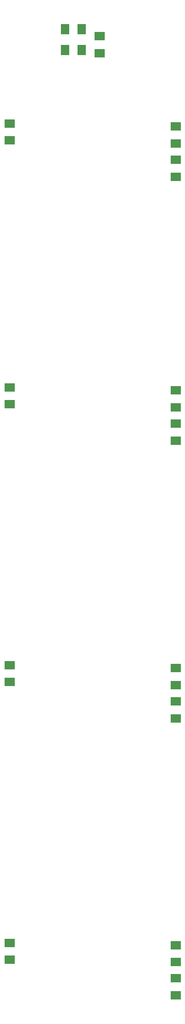
<source format=gtp>
G04 MADE WITH FRITZING*
G04 WWW.FRITZING.ORG*
G04 DOUBLE SIDED*
G04 HOLES PLATED*
G04 CONTOUR ON CENTER OF CONTOUR VECTOR*
%ASAXBY*%
%FSLAX23Y23*%
%MOIN*%
%OFA0B0*%
%SFA1.0B1.0*%
%ADD10R,0.062992X0.074803*%
%ADD11R,0.074803X0.062992*%
%LNPASTEMASK1*%
G90*
G70*
G54D10*
X1058Y7521D03*
X1180Y7521D03*
G54D11*
X1308Y7621D03*
X1308Y7499D03*
X1858Y6610D03*
X1858Y6732D03*
X1858Y4710D03*
X1858Y4832D03*
G54D10*
X1058Y7671D03*
X1180Y7671D03*
G54D11*
X658Y971D03*
X658Y1093D03*
X658Y2971D03*
X658Y3093D03*
X658Y4971D03*
X658Y5093D03*
X658Y6871D03*
X658Y6993D03*
X1858Y954D03*
X1858Y1076D03*
X1858Y2949D03*
X1858Y3071D03*
X1858Y4949D03*
X1858Y5071D03*
X1858Y6849D03*
X1858Y6971D03*
X1858Y2710D03*
X1858Y2832D03*
X1858Y716D03*
X1858Y838D03*
G04 End of PasteMask1*
M02*
</source>
